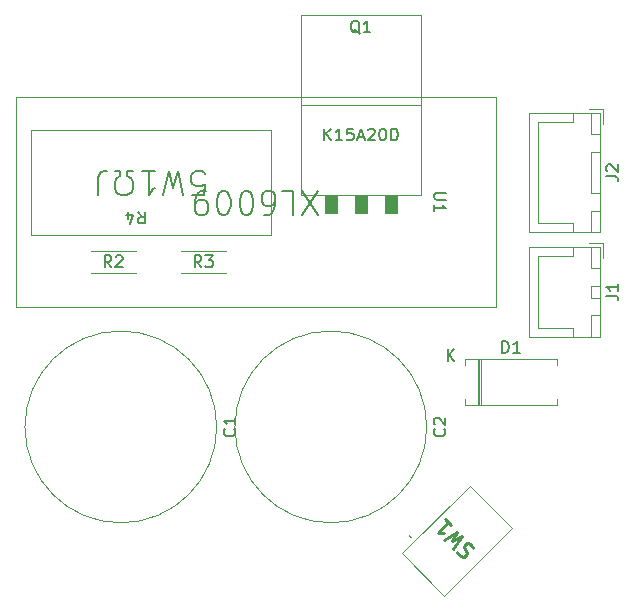
<source format=gbr>
%TF.GenerationSoftware,KiCad,Pcbnew,(6.0.5)*%
%TF.CreationDate,2022-10-17T22:26:44+09:00*%
%TF.ProjectId,kikker_PSU,6b696b6b-6572-45f5-9053-552e6b696361,rev?*%
%TF.SameCoordinates,Original*%
%TF.FileFunction,Legend,Top*%
%TF.FilePolarity,Positive*%
%FSLAX46Y46*%
G04 Gerber Fmt 4.6, Leading zero omitted, Abs format (unit mm)*
G04 Created by KiCad (PCBNEW (6.0.5)) date 2022-10-17 22:26:45*
%MOMM*%
%LPD*%
G01*
G04 APERTURE LIST*
%ADD10C,0.150000*%
%ADD11C,0.254000*%
%ADD12C,0.120000*%
%ADD13C,0.100000*%
%ADD14C,0.200000*%
G04 APERTURE END LIST*
D10*
%TO.C,R2*%
X132553333Y-96972380D02*
X132220000Y-96496190D01*
X131981904Y-96972380D02*
X131981904Y-95972380D01*
X132362857Y-95972380D01*
X132458095Y-96020000D01*
X132505714Y-96067619D01*
X132553333Y-96162857D01*
X132553333Y-96305714D01*
X132505714Y-96400952D01*
X132458095Y-96448571D01*
X132362857Y-96496190D01*
X131981904Y-96496190D01*
X132934285Y-96067619D02*
X132981904Y-96020000D01*
X133077142Y-95972380D01*
X133315238Y-95972380D01*
X133410476Y-96020000D01*
X133458095Y-96067619D01*
X133505714Y-96162857D01*
X133505714Y-96258095D01*
X133458095Y-96400952D01*
X132886666Y-96972380D01*
X133505714Y-96972380D01*
%TO.C,Q1*%
X153574761Y-77184619D02*
X153479523Y-77137000D01*
X153384285Y-77041761D01*
X153241428Y-76898904D01*
X153146190Y-76851285D01*
X153050952Y-76851285D01*
X153098571Y-77089380D02*
X153003333Y-77041761D01*
X152908095Y-76946523D01*
X152860476Y-76756047D01*
X152860476Y-76422714D01*
X152908095Y-76232238D01*
X153003333Y-76137000D01*
X153098571Y-76089380D01*
X153289047Y-76089380D01*
X153384285Y-76137000D01*
X153479523Y-76232238D01*
X153527142Y-76422714D01*
X153527142Y-76756047D01*
X153479523Y-76946523D01*
X153384285Y-77041761D01*
X153289047Y-77089380D01*
X153098571Y-77089380D01*
X154479523Y-77089380D02*
X153908095Y-77089380D01*
X154193809Y-77089380D02*
X154193809Y-76089380D01*
X154098571Y-76232238D01*
X154003333Y-76327476D01*
X153908095Y-76375095D01*
X150574761Y-86233380D02*
X150574761Y-85233380D01*
X151146190Y-86233380D02*
X150717619Y-85661952D01*
X151146190Y-85233380D02*
X150574761Y-85804809D01*
X152098571Y-86233380D02*
X151527142Y-86233380D01*
X151812857Y-86233380D02*
X151812857Y-85233380D01*
X151717619Y-85376238D01*
X151622380Y-85471476D01*
X151527142Y-85519095D01*
X153003333Y-85233380D02*
X152527142Y-85233380D01*
X152479523Y-85709571D01*
X152527142Y-85661952D01*
X152622380Y-85614333D01*
X152860476Y-85614333D01*
X152955714Y-85661952D01*
X153003333Y-85709571D01*
X153050952Y-85804809D01*
X153050952Y-86042904D01*
X153003333Y-86138142D01*
X152955714Y-86185761D01*
X152860476Y-86233380D01*
X152622380Y-86233380D01*
X152527142Y-86185761D01*
X152479523Y-86138142D01*
X153431904Y-85947666D02*
X153908095Y-85947666D01*
X153336666Y-86233380D02*
X153670000Y-85233380D01*
X154003333Y-86233380D01*
X154289047Y-85328619D02*
X154336666Y-85281000D01*
X154431904Y-85233380D01*
X154670000Y-85233380D01*
X154765238Y-85281000D01*
X154812857Y-85328619D01*
X154860476Y-85423857D01*
X154860476Y-85519095D01*
X154812857Y-85661952D01*
X154241428Y-86233380D01*
X154860476Y-86233380D01*
X155479523Y-85233380D02*
X155574761Y-85233380D01*
X155670000Y-85281000D01*
X155717619Y-85328619D01*
X155765238Y-85423857D01*
X155812857Y-85614333D01*
X155812857Y-85852428D01*
X155765238Y-86042904D01*
X155717619Y-86138142D01*
X155670000Y-86185761D01*
X155574761Y-86233380D01*
X155479523Y-86233380D01*
X155384285Y-86185761D01*
X155336666Y-86138142D01*
X155289047Y-86042904D01*
X155241428Y-85852428D01*
X155241428Y-85614333D01*
X155289047Y-85423857D01*
X155336666Y-85328619D01*
X155384285Y-85281000D01*
X155479523Y-85233380D01*
X156241428Y-86233380D02*
X156241428Y-85233380D01*
X156479523Y-85233380D01*
X156622380Y-85281000D01*
X156717619Y-85376238D01*
X156765238Y-85471476D01*
X156812857Y-85661952D01*
X156812857Y-85804809D01*
X156765238Y-85995285D01*
X156717619Y-86090523D01*
X156622380Y-86185761D01*
X156479523Y-86233380D01*
X156241428Y-86233380D01*
%TO.C,J1*%
X174452380Y-99373333D02*
X175166666Y-99373333D01*
X175309523Y-99420952D01*
X175404761Y-99516190D01*
X175452380Y-99659047D01*
X175452380Y-99754285D01*
X175452380Y-98373333D02*
X175452380Y-98944761D01*
X175452380Y-98659047D02*
X174452380Y-98659047D01*
X174595238Y-98754285D01*
X174690476Y-98849523D01*
X174738095Y-98944761D01*
%TO.C,R3*%
X140173333Y-96972380D02*
X139840000Y-96496190D01*
X139601904Y-96972380D02*
X139601904Y-95972380D01*
X139982857Y-95972380D01*
X140078095Y-96020000D01*
X140125714Y-96067619D01*
X140173333Y-96162857D01*
X140173333Y-96305714D01*
X140125714Y-96400952D01*
X140078095Y-96448571D01*
X139982857Y-96496190D01*
X139601904Y-96496190D01*
X140506666Y-95972380D02*
X141125714Y-95972380D01*
X140792380Y-96353333D01*
X140935238Y-96353333D01*
X141030476Y-96400952D01*
X141078095Y-96448571D01*
X141125714Y-96543809D01*
X141125714Y-96781904D01*
X141078095Y-96877142D01*
X141030476Y-96924761D01*
X140935238Y-96972380D01*
X140649523Y-96972380D01*
X140554285Y-96924761D01*
X140506666Y-96877142D01*
%TO.C,D1*%
X165631904Y-104212380D02*
X165631904Y-103212380D01*
X165870000Y-103212380D01*
X166012857Y-103260000D01*
X166108095Y-103355238D01*
X166155714Y-103450476D01*
X166203333Y-103640952D01*
X166203333Y-103783809D01*
X166155714Y-103974285D01*
X166108095Y-104069523D01*
X166012857Y-104164761D01*
X165870000Y-104212380D01*
X165631904Y-104212380D01*
X167155714Y-104212380D02*
X166584285Y-104212380D01*
X166870000Y-104212380D02*
X166870000Y-103212380D01*
X166774761Y-103355238D01*
X166679523Y-103450476D01*
X166584285Y-103498095D01*
X161028095Y-104932380D02*
X161028095Y-103932380D01*
X161599523Y-104932380D02*
X161170952Y-104360952D01*
X161599523Y-103932380D02*
X161028095Y-104503809D01*
%TO.C,U1*%
X160891619Y-90678095D02*
X160082095Y-90678095D01*
X159986857Y-90725714D01*
X159939238Y-90773333D01*
X159891619Y-90868571D01*
X159891619Y-91059047D01*
X159939238Y-91154285D01*
X159986857Y-91201904D01*
X160082095Y-91249523D01*
X160891619Y-91249523D01*
X159891619Y-92249523D02*
X159891619Y-91678095D01*
X159891619Y-91963809D02*
X160891619Y-91963809D01*
X160748761Y-91868571D01*
X160653523Y-91773333D01*
X160605904Y-91678095D01*
X150065714Y-92535238D02*
X148732380Y-90535238D01*
X148732380Y-92535238D02*
X150065714Y-90535238D01*
X147018095Y-90535238D02*
X147970476Y-90535238D01*
X147970476Y-92535238D01*
X145494285Y-92535238D02*
X145875238Y-92535238D01*
X146065714Y-92440000D01*
X146160952Y-92344761D01*
X146351428Y-92059047D01*
X146446666Y-91678095D01*
X146446666Y-90916190D01*
X146351428Y-90725714D01*
X146256190Y-90630476D01*
X146065714Y-90535238D01*
X145684761Y-90535238D01*
X145494285Y-90630476D01*
X145399047Y-90725714D01*
X145303809Y-90916190D01*
X145303809Y-91392380D01*
X145399047Y-91582857D01*
X145494285Y-91678095D01*
X145684761Y-91773333D01*
X146065714Y-91773333D01*
X146256190Y-91678095D01*
X146351428Y-91582857D01*
X146446666Y-91392380D01*
X144065714Y-92535238D02*
X143875238Y-92535238D01*
X143684761Y-92440000D01*
X143589523Y-92344761D01*
X143494285Y-92154285D01*
X143399047Y-91773333D01*
X143399047Y-91297142D01*
X143494285Y-90916190D01*
X143589523Y-90725714D01*
X143684761Y-90630476D01*
X143875238Y-90535238D01*
X144065714Y-90535238D01*
X144256190Y-90630476D01*
X144351428Y-90725714D01*
X144446666Y-90916190D01*
X144541904Y-91297142D01*
X144541904Y-91773333D01*
X144446666Y-92154285D01*
X144351428Y-92344761D01*
X144256190Y-92440000D01*
X144065714Y-92535238D01*
X142160952Y-92535238D02*
X141970476Y-92535238D01*
X141780000Y-92440000D01*
X141684761Y-92344761D01*
X141589523Y-92154285D01*
X141494285Y-91773333D01*
X141494285Y-91297142D01*
X141589523Y-90916190D01*
X141684761Y-90725714D01*
X141780000Y-90630476D01*
X141970476Y-90535238D01*
X142160952Y-90535238D01*
X142351428Y-90630476D01*
X142446666Y-90725714D01*
X142541904Y-90916190D01*
X142637142Y-91297142D01*
X142637142Y-91773333D01*
X142541904Y-92154285D01*
X142446666Y-92344761D01*
X142351428Y-92440000D01*
X142160952Y-92535238D01*
X140541904Y-90535238D02*
X140160952Y-90535238D01*
X139970476Y-90630476D01*
X139875238Y-90725714D01*
X139684761Y-91011428D01*
X139589523Y-91392380D01*
X139589523Y-92154285D01*
X139684761Y-92344761D01*
X139780000Y-92440000D01*
X139970476Y-92535238D01*
X140351428Y-92535238D01*
X140541904Y-92440000D01*
X140637142Y-92344761D01*
X140732380Y-92154285D01*
X140732380Y-91678095D01*
X140637142Y-91487619D01*
X140541904Y-91392380D01*
X140351428Y-91297142D01*
X139970476Y-91297142D01*
X139780000Y-91392380D01*
X139684761Y-91487619D01*
X139589523Y-91678095D01*
%TO.C,R4*%
X134786666Y-92257619D02*
X135120000Y-92733809D01*
X135358095Y-92257619D02*
X135358095Y-93257619D01*
X134977142Y-93257619D01*
X134881904Y-93210000D01*
X134834285Y-93162380D01*
X134786666Y-93067142D01*
X134786666Y-92924285D01*
X134834285Y-92829047D01*
X134881904Y-92781428D01*
X134977142Y-92733809D01*
X135358095Y-92733809D01*
X133929523Y-92924285D02*
X133929523Y-92257619D01*
X134167619Y-93305238D02*
X134405714Y-92590952D01*
X133786666Y-92590952D01*
X139413809Y-90852738D02*
X140366190Y-90852738D01*
X140461428Y-89900357D01*
X140366190Y-89995595D01*
X140175714Y-90090833D01*
X139699523Y-90090833D01*
X139509047Y-89995595D01*
X139413809Y-89900357D01*
X139318571Y-89709880D01*
X139318571Y-89233690D01*
X139413809Y-89043214D01*
X139509047Y-88947976D01*
X139699523Y-88852738D01*
X140175714Y-88852738D01*
X140366190Y-88947976D01*
X140461428Y-89043214D01*
X138651904Y-90852738D02*
X138175714Y-88852738D01*
X137794761Y-90281309D01*
X137413809Y-88852738D01*
X136937619Y-90852738D01*
X135128095Y-88852738D02*
X136270952Y-88852738D01*
X135699523Y-88852738D02*
X135699523Y-90852738D01*
X135890000Y-90567023D01*
X136080476Y-90376547D01*
X136270952Y-90281309D01*
X134366190Y-88852738D02*
X133890000Y-88852738D01*
X133890000Y-89233690D01*
X134080476Y-89328928D01*
X134270952Y-89519404D01*
X134366190Y-89805119D01*
X134366190Y-90281309D01*
X134270952Y-90567023D01*
X134080476Y-90757500D01*
X133794761Y-90852738D01*
X133413809Y-90852738D01*
X133128095Y-90757500D01*
X132937619Y-90567023D01*
X132842380Y-90281309D01*
X132842380Y-89805119D01*
X132937619Y-89519404D01*
X133128095Y-89328928D01*
X133318571Y-89233690D01*
X133318571Y-88852738D01*
X132842380Y-88852738D01*
X131413809Y-90852738D02*
X131413809Y-89424166D01*
X131509047Y-89138452D01*
X131699523Y-88947976D01*
X131985238Y-88852738D01*
X132175714Y-88852738D01*
%TO.C,J2*%
X174452380Y-89273333D02*
X175166666Y-89273333D01*
X175309523Y-89320952D01*
X175404761Y-89416190D01*
X175452380Y-89559047D01*
X175452380Y-89654285D01*
X174547619Y-88844761D02*
X174500000Y-88797142D01*
X174452380Y-88701904D01*
X174452380Y-88463809D01*
X174500000Y-88368571D01*
X174547619Y-88320952D01*
X174642857Y-88273333D01*
X174738095Y-88273333D01*
X174880952Y-88320952D01*
X175452380Y-88892380D01*
X175452380Y-88273333D01*
D11*
%TO.C,SW1*%
X163178915Y-120759839D02*
X163093388Y-120588787D01*
X162879573Y-120374971D01*
X162751283Y-120332208D01*
X162665757Y-120332208D01*
X162537468Y-120374971D01*
X162451941Y-120460498D01*
X162409178Y-120588787D01*
X162409178Y-120674313D01*
X162451941Y-120802603D01*
X162580231Y-121016418D01*
X162622994Y-121144708D01*
X162622994Y-121230234D01*
X162580231Y-121358523D01*
X162494705Y-121444049D01*
X162366415Y-121486813D01*
X162280889Y-121486813D01*
X162152600Y-121444049D01*
X161938784Y-121230234D01*
X161853258Y-121059181D01*
X161511153Y-120802603D02*
X162195363Y-119690761D01*
X161382863Y-120161156D01*
X161853258Y-119348656D01*
X160741416Y-120032866D01*
X160826943Y-118322341D02*
X161340100Y-118835499D01*
X161083521Y-118578920D02*
X160185496Y-119476946D01*
X160399311Y-119434183D01*
X160570364Y-119434183D01*
X160698653Y-119476946D01*
D10*
%TO.C,C1*%
X142957142Y-110656666D02*
X143004761Y-110704285D01*
X143052380Y-110847142D01*
X143052380Y-110942380D01*
X143004761Y-111085238D01*
X142909523Y-111180476D01*
X142814285Y-111228095D01*
X142623809Y-111275714D01*
X142480952Y-111275714D01*
X142290476Y-111228095D01*
X142195238Y-111180476D01*
X142100000Y-111085238D01*
X142052380Y-110942380D01*
X142052380Y-110847142D01*
X142100000Y-110704285D01*
X142147619Y-110656666D01*
X143052380Y-109704285D02*
X143052380Y-110275714D01*
X143052380Y-109990000D02*
X142052380Y-109990000D01*
X142195238Y-110085238D01*
X142290476Y-110180476D01*
X142338095Y-110275714D01*
%TO.C,C2*%
X160737142Y-110656666D02*
X160784761Y-110704285D01*
X160832380Y-110847142D01*
X160832380Y-110942380D01*
X160784761Y-111085238D01*
X160689523Y-111180476D01*
X160594285Y-111228095D01*
X160403809Y-111275714D01*
X160260952Y-111275714D01*
X160070476Y-111228095D01*
X159975238Y-111180476D01*
X159880000Y-111085238D01*
X159832380Y-110942380D01*
X159832380Y-110847142D01*
X159880000Y-110704285D01*
X159927619Y-110656666D01*
X159927619Y-110275714D02*
X159880000Y-110228095D01*
X159832380Y-110132857D01*
X159832380Y-109894761D01*
X159880000Y-109799523D01*
X159927619Y-109751904D01*
X160022857Y-109704285D01*
X160118095Y-109704285D01*
X160260952Y-109751904D01*
X160832380Y-110323333D01*
X160832380Y-109704285D01*
D12*
%TO.C,R2*%
X130800000Y-97440000D02*
X134640000Y-97440000D01*
X130800000Y-95600000D02*
X134640000Y-95600000D01*
%TO.C,Q1*%
X158750000Y-75621000D02*
X158750000Y-90861000D01*
X148590000Y-90861000D02*
X148590000Y-75621000D01*
X148590000Y-83241000D02*
X158750000Y-83241000D01*
X148590000Y-75621000D02*
X158750000Y-75621000D01*
X158750000Y-90861000D02*
X148590000Y-90861000D01*
G36*
X156718000Y-92385000D02*
G01*
X155702000Y-92385000D01*
X155702000Y-90861000D01*
X156718000Y-90861000D01*
X156718000Y-92385000D01*
G37*
X156718000Y-92385000D02*
X155702000Y-92385000D01*
X155702000Y-90861000D01*
X156718000Y-90861000D01*
X156718000Y-92385000D01*
G36*
X151638000Y-92385000D02*
G01*
X150622000Y-92385000D01*
X150622000Y-90861000D01*
X151638000Y-90861000D01*
X151638000Y-92385000D01*
G37*
X151638000Y-92385000D02*
X150622000Y-92385000D01*
X150622000Y-90861000D01*
X151638000Y-90861000D01*
X151638000Y-92385000D01*
G36*
X154178000Y-92385000D02*
G01*
X153162000Y-92385000D01*
X153162000Y-90861000D01*
X154178000Y-90861000D01*
X154178000Y-92385000D01*
G37*
X154178000Y-92385000D02*
X153162000Y-92385000D01*
X153162000Y-90861000D01*
X154178000Y-90861000D01*
X154178000Y-92385000D01*
%TO.C,J1*%
X171650000Y-102840000D02*
X171650000Y-102090000D01*
X173900000Y-101040000D02*
X173150000Y-101040000D01*
X173900000Y-102840000D02*
X173900000Y-101040000D01*
X173900000Y-99540000D02*
X173900000Y-98540000D01*
X173900000Y-97040000D02*
X173900000Y-95240000D01*
X173150000Y-102840000D02*
X173900000Y-102840000D01*
X171650000Y-102090000D02*
X168700000Y-102090000D01*
X173150000Y-101040000D02*
X173150000Y-102840000D01*
X173900000Y-95240000D02*
X173150000Y-95240000D01*
X171650000Y-95990000D02*
X168700000Y-95990000D01*
X174200000Y-94940000D02*
X172950000Y-94940000D01*
X173150000Y-97040000D02*
X173900000Y-97040000D01*
X173910000Y-102850000D02*
X173910000Y-95230000D01*
X173150000Y-98540000D02*
X173150000Y-99540000D01*
X173910000Y-95230000D02*
X167940000Y-95230000D01*
X171650000Y-95240000D02*
X171650000Y-95990000D01*
X173900000Y-98540000D02*
X173150000Y-98540000D01*
X173150000Y-99540000D02*
X173900000Y-99540000D01*
X168700000Y-102090000D02*
X168700000Y-99040000D01*
X173150000Y-95240000D02*
X173150000Y-97040000D01*
X167940000Y-95230000D02*
X167940000Y-102850000D01*
X167940000Y-102850000D02*
X173910000Y-102850000D01*
X174200000Y-96190000D02*
X174200000Y-94940000D01*
X168700000Y-95990000D02*
X168700000Y-99040000D01*
%TO.C,R3*%
X142260000Y-95600000D02*
X138420000Y-95600000D01*
X142260000Y-97440000D02*
X138420000Y-97440000D01*
%TO.C,D1*%
X163710000Y-104760000D02*
X163710000Y-108600000D01*
X162450000Y-104760000D02*
X170290000Y-104760000D01*
X162450000Y-105240000D02*
X162450000Y-104760000D01*
X162450000Y-108600000D02*
X170290000Y-108600000D01*
X170290000Y-104760000D02*
X170290000Y-105240000D01*
X162450000Y-108120000D02*
X162450000Y-108600000D01*
X163830000Y-104760000D02*
X163830000Y-108600000D01*
X163590000Y-104760000D02*
X163590000Y-108600000D01*
X170290000Y-108600000D02*
X170290000Y-108120000D01*
%TO.C,U1*%
X165100000Y-82550000D02*
X124460000Y-82550000D01*
X124460000Y-82550000D02*
X124460000Y-100330000D01*
X124460000Y-100330000D02*
X165100000Y-100330000D01*
X165100000Y-100330000D02*
X165100000Y-82550000D01*
%TO.C,R4*%
X125730000Y-94202500D02*
X146050000Y-94202500D01*
X125730000Y-85312500D02*
X125730000Y-94202500D01*
X146050000Y-85312500D02*
X146050000Y-94202500D01*
X146050000Y-85312500D02*
X125730000Y-85312500D01*
%TO.C,J2*%
X173900000Y-87190000D02*
X173150000Y-87190000D01*
X168700000Y-84640000D02*
X168700000Y-88940000D01*
X173150000Y-93990000D02*
X173900000Y-93990000D01*
X173900000Y-83890000D02*
X173150000Y-83890000D01*
X171650000Y-93990000D02*
X171650000Y-93240000D01*
X171650000Y-84640000D02*
X168700000Y-84640000D01*
X173150000Y-90690000D02*
X173900000Y-90690000D01*
X167940000Y-94000000D02*
X173910000Y-94000000D01*
X173900000Y-92190000D02*
X173150000Y-92190000D01*
X173910000Y-94000000D02*
X173910000Y-83880000D01*
X167940000Y-83880000D02*
X167940000Y-94000000D01*
X174200000Y-83590000D02*
X172950000Y-83590000D01*
X173900000Y-93990000D02*
X173900000Y-92190000D01*
X173150000Y-92190000D02*
X173150000Y-93990000D01*
X168700000Y-93240000D02*
X168700000Y-88940000D01*
X173900000Y-90690000D02*
X173900000Y-87190000D01*
X173150000Y-83890000D02*
X173150000Y-85690000D01*
X173150000Y-87190000D02*
X173150000Y-90690000D01*
X174200000Y-84840000D02*
X174200000Y-83590000D01*
X173900000Y-85690000D02*
X173900000Y-83890000D01*
X171650000Y-93240000D02*
X168700000Y-93240000D01*
X171650000Y-83890000D02*
X171650000Y-84640000D01*
X173910000Y-83880000D02*
X167940000Y-83880000D01*
X173150000Y-85690000D02*
X173900000Y-85690000D01*
D13*
%TO.C,SW1*%
X160737713Y-124794389D02*
X166486492Y-119045611D01*
X166486492Y-119045611D02*
X162894389Y-115453508D01*
D14*
X157827969Y-119727969D02*
X157827969Y-119727969D01*
X157827969Y-119727969D02*
X157827969Y-119727969D01*
D13*
X157145611Y-121202287D02*
X160737713Y-124794389D01*
X162894389Y-115453508D02*
X157145611Y-121202287D01*
D14*
X157898680Y-119798680D02*
X157898680Y-119798680D01*
X157827968Y-119727968D02*
G75*
G03*
X157898680Y-119798680I35356J-35356D01*
G01*
X157898679Y-119798679D02*
G75*
G03*
X157827969Y-119727969I-35355J35355D01*
G01*
X157827968Y-119727968D02*
G75*
G03*
X157898680Y-119798680I35356J-35356D01*
G01*
D12*
%TO.C,C1*%
X141470000Y-110490000D02*
G75*
G03*
X141470000Y-110490000I-8120000J0D01*
G01*
%TO.C,C2*%
X159250000Y-110490000D02*
G75*
G03*
X159250000Y-110490000I-8120000J0D01*
G01*
%TD*%
M02*

</source>
